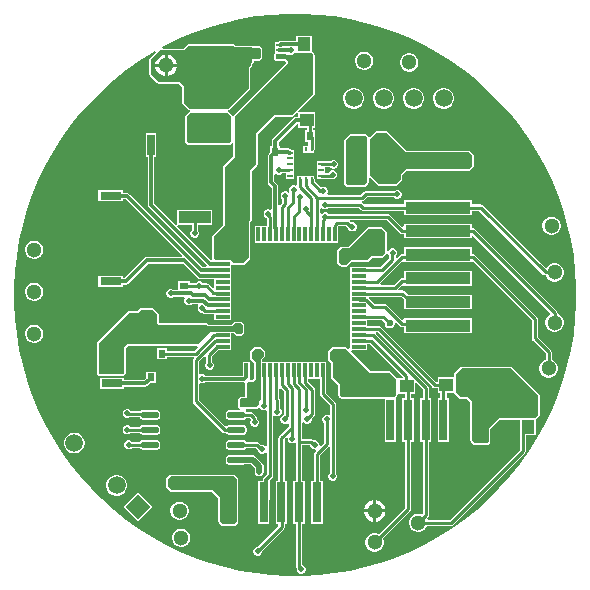
<source format=gtl>
%TF.GenerationSoftware,Altium Limited,Altium Designer,25.0.2 (28)*%
G04 Layer_Physical_Order=1*
G04 Layer_Color=255*
%FSLAX45Y45*%
%MOMM*%
%TF.SameCoordinates,35A56F3A-7D9F-4CF9-8D97-DF5CB8944ECC*%
%TF.FilePolarity,Positive*%
%TF.FileFunction,Copper,L1,Top,Signal*%
%TF.Part,Single*%
G01*
G75*
%TA.AperFunction,SMDPad,CuDef*%
%ADD10R,1.01600X2.69240*%
%ADD11R,1.15000X1.10000*%
%ADD12R,1.60020X2.38760*%
%ADD13R,0.71120X3.40360*%
%ADD14R,1.25000X2.00000*%
%ADD15R,0.70000X0.60000*%
%ADD16R,0.47500X0.24994*%
%ADD17R,0.24994X0.35000*%
G04:AMPARAMS|DCode=18|XSize=1.4986mm|YSize=0.5334mm|CornerRadius=0.13335mm|HoleSize=0mm|Usage=FLASHONLY|Rotation=0.000|XOffset=0mm|YOffset=0mm|HoleType=Round|Shape=RoundedRectangle|*
%AMROUNDEDRECTD18*
21,1,1.49860,0.26670,0,0,0.0*
21,1,1.23190,0.53340,0,0,0.0*
1,1,0.26670,0.61595,-0.13335*
1,1,0.26670,-0.61595,-0.13335*
1,1,0.26670,-0.61595,0.13335*
1,1,0.26670,0.61595,0.13335*
%
%ADD18ROUNDEDRECTD18*%
%ADD19R,1.10000X1.15000*%
%ADD20R,0.60000X0.70000*%
%ADD21R,2.69240X1.01600*%
%ADD22R,1.19380X0.30480*%
%ADD23R,0.30480X1.19380*%
%ADD24R,1.47000X1.16000*%
%ADD25R,5.51180X0.99060*%
%ADD26R,3.09880X1.70180*%
%ADD27R,1.09220X2.79400*%
%ADD28R,0.66040X1.80340*%
%ADD29R,1.80340X0.66040*%
%ADD30R,2.79400X1.09220*%
%ADD31R,0.50000X0.25000*%
%ADD32R,0.90000X1.60000*%
%ADD33R,1.39000X1.40000*%
%ADD34R,3.36000X4.86000*%
%TA.AperFunction,Conductor*%
%ADD35C,0.25400*%
%ADD36C,0.50800*%
%ADD37C,0.30000*%
%ADD38C,0.35000*%
%TA.AperFunction,ComponentPad*%
%ADD39C,1.30000*%
%ADD40P,2.12132X4X180.0*%
%ADD41C,1.50000*%
%ADD42R,1.50000X1.50000*%
%TA.AperFunction,ViaPad*%
%ADD43C,0.50800*%
%ADD44C,0.60000*%
G36*
X10680700Y9575800D02*
Y9245600D01*
X10502900Y9067800D01*
X10350500D01*
X10198100Y8915400D01*
Y8648700D01*
X10147300Y8597900D01*
Y8178800D01*
X10134600Y8166100D01*
Y7861300D01*
X10083800Y7810500D01*
X10007600D01*
X9987590Y7830510D01*
Y7833240D01*
X9984860D01*
X9982200Y7835900D01*
X9855200D01*
X9842500Y7848600D01*
Y8039100D01*
X9931400Y8128000D01*
Y8623300D01*
X10020300Y8712200D01*
Y9055100D01*
X10464800Y9499600D01*
Y9525000D01*
X10452292Y9537508D01*
X10450580Y9539696D01*
X10368971D01*
X10363200Y9545467D01*
Y9575647D01*
X10369587Y9582150D01*
X10452100D01*
X10458450Y9575800D01*
X10505982D01*
X10518682Y9588500D01*
X10668000D01*
X10680700Y9575800D01*
D02*
G37*
G36*
X10020300Y9639300D02*
X10167000D01*
Y9638300D01*
X10224500D01*
X10236200Y9626600D01*
Y9550400D01*
X10224500Y9538700D01*
X10167000D01*
Y9519300D01*
X10153650Y9505950D01*
Y9493250D01*
X10134600Y9474200D01*
Y9296400D01*
X9956800Y9118600D01*
X9639300D01*
X9588500Y9169400D01*
Y9309100D01*
X9550400Y9347200D01*
X9372600D01*
X9309100Y9410700D01*
Y9537700D01*
X9385300Y9613900D01*
X9588500D01*
X9626600Y9652000D01*
X10007600D01*
X10020300Y9639300D01*
D02*
G37*
G36*
X9982200Y9055100D02*
Y8839200D01*
X9969500Y8826500D01*
X9626600D01*
X9613900Y8839200D01*
Y9055100D01*
X9639300Y9080500D01*
X9956800D01*
X9982200Y9055100D01*
D02*
G37*
G36*
X10728388Y9915922D02*
X10861076Y9900972D01*
X10992723Y9878604D01*
X11122906Y9848891D01*
X11251214Y9811926D01*
X11377254Y9767822D01*
X11500620Y9716723D01*
X11620927Y9658785D01*
X11737796Y9594194D01*
X11850863Y9523150D01*
X11959761Y9445882D01*
X12064162Y9362625D01*
X12163724Y9273651D01*
X12258149Y9179227D01*
X12347123Y9079664D01*
X12430382Y8975261D01*
X12507653Y8866358D01*
X12578694Y8753296D01*
X12643286Y8636426D01*
X12701221Y8516122D01*
X12752322Y8392754D01*
X12796426Y8266714D01*
X12833391Y8138405D01*
X12863104Y8008223D01*
X12885472Y7876575D01*
X12900423Y7743888D01*
X12907909Y7610564D01*
Y7543800D01*
Y7477036D01*
X12900423Y7343712D01*
X12885472Y7211024D01*
X12863104Y7079377D01*
X12833391Y6949194D01*
X12796426Y6820886D01*
X12752322Y6694845D01*
X12701223Y6571480D01*
X12643285Y6451173D01*
X12578694Y6334304D01*
X12507650Y6221237D01*
X12430382Y6112338D01*
X12347125Y6007938D01*
X12258151Y5908376D01*
X12163727Y5813951D01*
X12064164Y5724977D01*
X11959761Y5641718D01*
X11850858Y5564447D01*
X11737796Y5493406D01*
X11620926Y5428814D01*
X11500622Y5370878D01*
X11377254Y5319778D01*
X11251214Y5275674D01*
X11122905Y5238709D01*
X10992723Y5208996D01*
X10861075Y5186628D01*
X10728388Y5171678D01*
X10595064Y5164191D01*
X10461536D01*
X10328212Y5171678D01*
X10195524Y5186628D01*
X10063877Y5208996D01*
X9933694Y5238709D01*
X9805386Y5275674D01*
X9679345Y5319778D01*
X9555980Y5370877D01*
X9435673Y5428814D01*
X9318804Y5493406D01*
X9205737Y5564450D01*
X9096838Y5641718D01*
X8992438Y5724975D01*
X8892876Y5813948D01*
X8798451Y5908373D01*
X8709477Y6007935D01*
X8626218Y6112338D01*
X8548947Y6221241D01*
X8477906Y6334304D01*
X8413314Y6451174D01*
X8355378Y6571478D01*
X8304278Y6694845D01*
X8260174Y6820886D01*
X8223209Y6949195D01*
X8193496Y7079377D01*
X8171128Y7211025D01*
X8156178Y7343712D01*
X8148691Y7477036D01*
Y7543800D01*
Y7610564D01*
X8156178Y7743888D01*
X8171128Y7876576D01*
X8193496Y8008223D01*
X8223209Y8138406D01*
X8260174Y8266714D01*
X8304278Y8392754D01*
X8355377Y8516120D01*
X8413314Y8636427D01*
X8477906Y8753296D01*
X8548950Y8866363D01*
X8626218Y8975261D01*
X8709475Y9079662D01*
X8798448Y9179224D01*
X8892873Y9273649D01*
X8992435Y9362623D01*
X9096838Y9445882D01*
X9205741Y9523153D01*
X9318804Y9594194D01*
X9339794Y9605795D01*
X9347506Y9595547D01*
X9299380Y9547420D01*
X9295353Y9537700D01*
X9295354Y9537699D01*
Y9410700D01*
X9299380Y9400980D01*
X9299380Y9400979D01*
X9362880Y9337480D01*
X9372600Y9333453D01*
X9372601Y9333454D01*
X9544706D01*
X9574754Y9303406D01*
Y9169401D01*
X9574753Y9169400D01*
X9578779Y9159679D01*
X9578781Y9159679D01*
X9629580Y9108880D01*
X9636580Y9105980D01*
Y9093120D01*
X9629580Y9090220D01*
X9629579Y9090220D01*
X9604180Y9064820D01*
X9600153Y9055100D01*
X9600154Y9055099D01*
Y8839201D01*
X9600153Y8839200D01*
X9604179Y8829479D01*
X9604181Y8829479D01*
X9616880Y8816780D01*
X9626600Y8812753D01*
X9626601Y8812754D01*
X9969499D01*
X9969500Y8812753D01*
X9979221Y8816779D01*
X9979221Y8816781D01*
X9991920Y8829480D01*
X9993854Y8834146D01*
X10006554Y8831620D01*
Y8717894D01*
X9921680Y8633020D01*
X9917653Y8623300D01*
X9917654Y8623299D01*
Y8133694D01*
X9832780Y8048820D01*
X9828753Y8039100D01*
X9828754Y8039099D01*
Y7848601D01*
X9828753Y7848600D01*
X9817474Y7842642D01*
X9812895Y7841947D01*
X9528888Y8125954D01*
X9534643Y8138159D01*
X9540890Y8138160D01*
X9651502D01*
Y8092484D01*
X9645100Y8086082D01*
X9639300Y8072079D01*
Y8056921D01*
X9645100Y8042918D01*
X9655818Y8032200D01*
X9669821Y8026400D01*
X9684979D01*
X9698982Y8032200D01*
X9709700Y8042918D01*
X9715500Y8056921D01*
Y8072079D01*
X9709700Y8086082D01*
X9703298Y8092484D01*
Y8138160D01*
X9824720D01*
Y8265160D01*
X9530080D01*
Y8149868D01*
X9530079Y8142723D01*
X9517874Y8136968D01*
X9336343Y8318499D01*
Y8707120D01*
X9353820D01*
Y8912860D01*
X9262380D01*
Y8707120D01*
X9279857D01*
Y8306802D01*
X9279857Y8306800D01*
X9282007Y8295992D01*
X9288129Y8286830D01*
X9778716Y7796243D01*
X9773455Y7783543D01*
X9744299D01*
X9125871Y8401971D01*
X9116708Y8408093D01*
X9105900Y8410243D01*
X9105899Y8410243D01*
X9069070D01*
Y8427720D01*
X8863330D01*
Y8336280D01*
X9069070D01*
Y8353757D01*
X9094201D01*
X9572082Y7875876D01*
X9567222Y7864143D01*
X9271000D01*
X9260192Y7861993D01*
X9251029Y7855871D01*
X9251029Y7855870D01*
X9081770Y7686612D01*
X9069070Y7686992D01*
Y7703820D01*
X8863330D01*
Y7612380D01*
X9069070D01*
Y7629857D01*
X9093199D01*
X9093200Y7629857D01*
X9104008Y7632007D01*
X9113171Y7638129D01*
X9282698Y7807657D01*
X9579915D01*
X9702241Y7685331D01*
X9702241Y7685330D01*
X9711404Y7679208D01*
X9722212Y7677058D01*
X9722213Y7677058D01*
X9842810D01*
Y7603581D01*
X9831077Y7598721D01*
X9796345Y7633453D01*
X9787944Y7639067D01*
X9778033Y7641038D01*
X9748025D01*
X9747800Y7641582D01*
X9737082Y7652300D01*
X9723079Y7658100D01*
X9707921D01*
X9693918Y7652300D01*
X9687516Y7645898D01*
X9636200D01*
Y7662700D01*
X9540800D01*
Y7584743D01*
X9499839D01*
X9495782Y7588800D01*
X9481779Y7594600D01*
X9466621D01*
X9452618Y7588800D01*
X9441900Y7578082D01*
X9436100Y7564079D01*
Y7548921D01*
X9441900Y7534918D01*
X9452618Y7524200D01*
X9466621Y7518400D01*
X9481779D01*
X9495782Y7524200D01*
X9499839Y7528257D01*
X9590015D01*
X9595276Y7515557D01*
X9594300Y7514582D01*
X9588500Y7500579D01*
Y7485421D01*
X9594300Y7471418D01*
X9605018Y7460700D01*
X9619021Y7454900D01*
X9634179D01*
X9648182Y7460700D01*
X9652239Y7464757D01*
X9704315D01*
X9709576Y7452057D01*
X9708600Y7451082D01*
X9702800Y7437079D01*
Y7421921D01*
X9708600Y7407918D01*
X9719318Y7397200D01*
X9733321Y7391400D01*
X9742375D01*
X9746788Y7386988D01*
X9755190Y7381374D01*
X9765100Y7379402D01*
X9842810D01*
Y7327360D01*
X9987590D01*
Y7377360D01*
Y7477360D01*
Y7577360D01*
Y7677360D01*
Y7794476D01*
X10000290Y7799781D01*
X10007600Y7796753D01*
X10007601Y7796754D01*
X10083799D01*
X10083800Y7796753D01*
X10093521Y7800779D01*
X10093521Y7800781D01*
X10144320Y7851580D01*
X10148347Y7861300D01*
X10148346Y7861301D01*
Y8160406D01*
X10157020Y8169080D01*
X10161047Y8178800D01*
X10161046Y8178801D01*
Y8592206D01*
X10207820Y8638980D01*
X10211847Y8648700D01*
X10211846Y8648701D01*
Y8909706D01*
X10356194Y9054054D01*
X10502900D01*
X10512620Y9058080D01*
X10512621Y9058080D01*
X10543595Y9089055D01*
X10555899Y9083398D01*
X10555900Y9077347D01*
Y9048643D01*
X10531700D01*
X10520892Y9046493D01*
X10511729Y9040371D01*
X10511729Y9040370D01*
X10341618Y8870260D01*
X10335496Y8861097D01*
X10333346Y8850289D01*
X10333346Y8850288D01*
Y8804932D01*
X10318889D01*
Y8753388D01*
X10305129Y8739629D01*
X10299007Y8730466D01*
X10296857Y8719658D01*
X10296857Y8719657D01*
Y8496301D01*
X10296857Y8496300D01*
X10299007Y8485492D01*
X10305129Y8476329D01*
X10329897Y8451561D01*
Y8269878D01*
X10317197Y8263592D01*
X10307279Y8267700D01*
X10292121D01*
X10278118Y8261900D01*
X10267400Y8251182D01*
X10261600Y8237179D01*
Y8222021D01*
X10267400Y8208018D01*
X10278118Y8197300D01*
X10285897Y8194078D01*
X10289303Y8190673D01*
Y8127690D01*
X10187260D01*
Y7982910D01*
X10893140D01*
Y8127502D01*
X10955804D01*
X10972534Y8110772D01*
X10978116Y8097296D01*
X10988834Y8086578D01*
X11002837Y8080778D01*
X11017994D01*
X11031997Y8086578D01*
X11042715Y8097296D01*
X11048516Y8111299D01*
Y8126456D01*
X11042715Y8140460D01*
X11031997Y8151178D01*
X11017994Y8156978D01*
X11002837D01*
X11000532Y8156023D01*
X10990953Y8165602D01*
X10996214Y8178302D01*
X11304973D01*
X11417677Y8065599D01*
X11426078Y8059985D01*
X11435989Y8058014D01*
X11446510D01*
Y8021270D01*
X12023090D01*
Y8040492D01*
X12034823Y8045352D01*
X12326149Y7754026D01*
X12326150Y7754025D01*
X12688338Y7391837D01*
X12686248Y7375966D01*
X12677691Y7371025D01*
X12663225Y7356559D01*
X12652995Y7338841D01*
X12647700Y7319079D01*
Y7298621D01*
X12652995Y7278859D01*
X12663225Y7261141D01*
X12677691Y7246675D01*
X12695409Y7236445D01*
X12715171Y7231150D01*
X12735629D01*
X12755391Y7236445D01*
X12773109Y7246675D01*
X12787575Y7261141D01*
X12797805Y7278859D01*
X12803101Y7298621D01*
Y7319079D01*
X12797805Y7338841D01*
X12787575Y7356559D01*
X12773109Y7371025D01*
X12755391Y7381255D01*
X12751298Y7382352D01*
Y7391400D01*
X12749326Y7401310D01*
X12743712Y7409712D01*
X12362775Y7790650D01*
X12362774Y7790650D01*
X12051923Y8101501D01*
X12043522Y8107115D01*
X12033611Y8109087D01*
X12023090D01*
Y8145730D01*
X11446510D01*
Y8126609D01*
X11434777Y8121748D01*
X11334013Y8222512D01*
X11325611Y8228126D01*
X11315700Y8230098D01*
X10810284D01*
X10803882Y8236500D01*
X10789879Y8242300D01*
X10774721D01*
X10760718Y8236500D01*
X10753798Y8229579D01*
X10741098Y8234840D01*
Y8275160D01*
X10753798Y8280421D01*
X10760718Y8273500D01*
X10774721Y8267700D01*
X10789879D01*
X10803882Y8273500D01*
X10810284Y8279902D01*
X11069895D01*
X11084610Y8265187D01*
X11093012Y8259574D01*
X11102922Y8257602D01*
X11446510D01*
Y8221270D01*
X12023090D01*
Y8257602D01*
X12089273D01*
X12630888Y7715988D01*
X12639289Y7710374D01*
X12649200Y7708402D01*
X12651898D01*
X12652995Y7704309D01*
X12663225Y7686591D01*
X12677691Y7672125D01*
X12695409Y7661895D01*
X12715171Y7656600D01*
X12735629D01*
X12755391Y7661895D01*
X12773109Y7672125D01*
X12787575Y7686591D01*
X12797805Y7704309D01*
X12803101Y7724071D01*
Y7744529D01*
X12797805Y7764291D01*
X12787575Y7782009D01*
X12773109Y7796475D01*
X12755391Y7806705D01*
X12735629Y7812000D01*
X12715171D01*
X12695409Y7806705D01*
X12677691Y7796475D01*
X12663225Y7782009D01*
X12659250Y7775124D01*
X12646658Y7773467D01*
X12118313Y8301812D01*
X12109911Y8307426D01*
X12100000Y8309397D01*
X12023090D01*
Y8345730D01*
X11446510D01*
Y8309397D01*
X11113650D01*
X11098935Y8324112D01*
X11094866Y8326831D01*
X11095474Y8334098D01*
X11098078Y8339959D01*
X11105839Y8341502D01*
X11114241Y8347116D01*
X11135927Y8368802D01*
X11363916D01*
X11370318Y8362400D01*
X11384321Y8356600D01*
X11399479D01*
X11413482Y8362400D01*
X11424200Y8373118D01*
X11430000Y8387121D01*
Y8402279D01*
X11424200Y8416282D01*
X11413482Y8427000D01*
X11399479Y8432800D01*
X11384321D01*
X11370318Y8427000D01*
X11363916Y8420598D01*
X11125200D01*
X11115289Y8418626D01*
X11106888Y8413012D01*
X11085202Y8391326D01*
X10808120D01*
X10801427Y8404027D01*
X10805247Y8413250D01*
Y8428407D01*
X10799447Y8442411D01*
X10788729Y8453128D01*
X10774726Y8458929D01*
X10759569D01*
X10747143Y8453782D01*
X10693110Y8507815D01*
Y8521205D01*
X10692409Y8524728D01*
Y8551405D01*
X10541991D01*
Y8524728D01*
X10541290Y8521205D01*
Y8477145D01*
X10528590Y8468659D01*
X10523179Y8470900D01*
X10508021D01*
X10494018Y8465100D01*
X10483300Y8454382D01*
X10477500Y8440379D01*
Y8425221D01*
X10480766Y8417335D01*
X10470000Y8410141D01*
X10465842Y8414300D01*
X10451838Y8420100D01*
X10436681D01*
X10422678Y8414300D01*
X10411960Y8403582D01*
X10406160Y8389579D01*
Y8374421D01*
X10411960Y8360418D01*
X10418362Y8354016D01*
Y8324068D01*
X10399083Y8304789D01*
X10390545Y8306876D01*
X10386383Y8309686D01*
Y8463260D01*
X10384233Y8474068D01*
X10378111Y8483231D01*
X10378110Y8483231D01*
X10353343Y8507999D01*
Y8561315D01*
X10366043Y8566576D01*
X10367018Y8565600D01*
X10381021Y8559800D01*
X10396179D01*
X10410182Y8565600D01*
X10417168Y8572587D01*
X10449495D01*
Y8523478D01*
X10522396D01*
Y8573491D01*
Y8673516D01*
Y8773922D01*
X10498095D01*
X10496753Y8774818D01*
X10487009Y8776756D01*
X10486563Y8777203D01*
X10477400Y8783325D01*
X10466592Y8785475D01*
X10466591Y8785475D01*
X10404289D01*
Y8804932D01*
X10389832D01*
Y8838590D01*
X10543200Y8991959D01*
X10555900Y8991677D01*
Y8952700D01*
X10628023D01*
Y8937700D01*
X10613400D01*
Y8842300D01*
X10641315D01*
Y8806395D01*
X10592003D01*
Y8745995D01*
X10692409D01*
Y8772672D01*
X10693110Y8776195D01*
Y8842300D01*
X10698800D01*
Y8937700D01*
X10679819D01*
Y8952700D01*
X10696300D01*
Y9088100D01*
X10567539D01*
X10560601Y9088100D01*
X10554945Y9100404D01*
X10690420Y9235880D01*
X10694447Y9245600D01*
X10694446Y9245601D01*
Y9575799D01*
X10694447Y9575800D01*
X10690421Y9585521D01*
X10690419Y9585521D01*
X10677720Y9598220D01*
X10670500Y9601211D01*
Y9737200D01*
X10535101D01*
Y9695243D01*
X10410301D01*
X10399493Y9693093D01*
X10393648Y9689188D01*
X10391192Y9688700D01*
X10357000D01*
Y9588952D01*
X10353392Y9585278D01*
X10351447Y9580459D01*
X10349454Y9575647D01*
Y9545468D01*
X10349453Y9545467D01*
X10353480Y9535747D01*
X10359251Y9529976D01*
X10368971Y9525950D01*
X10368971Y9525950D01*
X10444410D01*
X10451054Y9519306D01*
Y9505294D01*
X10010580Y9064820D01*
X10007680Y9057820D01*
X9994820D01*
X9991920Y9064820D01*
X9991920Y9064821D01*
X9966520Y9090220D01*
X9959520Y9093120D01*
Y9105980D01*
X9966520Y9108880D01*
X9966521Y9108880D01*
X10144320Y9286680D01*
X10148347Y9296400D01*
X10148346Y9296401D01*
Y9468506D01*
X10163370Y9483530D01*
X10167397Y9493250D01*
X10167396Y9493251D01*
Y9500256D01*
X10176720Y9509580D01*
X10180747Y9519300D01*
X10191687Y9524953D01*
X10224500D01*
X10234220Y9528979D01*
X10234220Y9528980D01*
X10245920Y9540680D01*
X10249947Y9550400D01*
X10249946Y9550401D01*
Y9626598D01*
X10249947Y9626599D01*
X10245921Y9636321D01*
X10245919Y9636321D01*
X10234221Y9648019D01*
X10234221Y9648021D01*
X10224500Y9652047D01*
X10224499Y9652046D01*
X10169414D01*
X10167000Y9653046D01*
X10025994D01*
X10017320Y9661720D01*
X10007600Y9665747D01*
X10007599Y9665746D01*
X9626601D01*
X9626600Y9665747D01*
X9616880Y9661720D01*
X9582806Y9627646D01*
X9405586D01*
X9402310Y9640346D01*
X9435674Y9658786D01*
X9555978Y9716721D01*
X9679345Y9767822D01*
X9805386Y9811926D01*
X9933695Y9848891D01*
X10063877Y9878604D01*
X10195525Y9900972D01*
X10328211Y9915922D01*
X10461536Y9923409D01*
X10595064D01*
X10728388Y9915922D01*
D02*
G37*
%LPC*%
G36*
X9448800Y9577086D02*
Y9499600D01*
X9526286D01*
X9520339Y9521793D01*
X9508438Y9542407D01*
X9491607Y9559238D01*
X9470993Y9571139D01*
X9448800Y9577086D01*
D02*
G37*
G36*
X9423400D02*
X9401207Y9571139D01*
X9380593Y9559238D01*
X9363762Y9542407D01*
X9351861Y9521793D01*
X9345914Y9499600D01*
X9423400D01*
Y9577086D01*
D02*
G37*
G36*
X9526286Y9474200D02*
X9448800D01*
Y9396714D01*
X9470993Y9402661D01*
X9491607Y9414562D01*
X9508438Y9431393D01*
X9520339Y9452007D01*
X9526286Y9474200D01*
D02*
G37*
G36*
X9423400D02*
X9345914D01*
X9351861Y9452007D01*
X9363762Y9431393D01*
X9380593Y9414562D01*
X9401207Y9402661D01*
X9423400Y9396714D01*
Y9474200D01*
D02*
G37*
G36*
X11122729Y9602700D02*
X11102271D01*
X11082509Y9597405D01*
X11064791Y9587175D01*
X11050325Y9572709D01*
X11040095Y9554991D01*
X11034800Y9535229D01*
Y9514771D01*
X11040095Y9495009D01*
X11050325Y9477291D01*
X11064791Y9462825D01*
X11082509Y9452595D01*
X11102271Y9447300D01*
X11122729D01*
X11142491Y9452595D01*
X11160209Y9462825D01*
X11174675Y9477291D01*
X11184905Y9495009D01*
X11190200Y9514771D01*
Y9535229D01*
X11184905Y9554991D01*
X11174675Y9572709D01*
X11160209Y9587175D01*
X11142491Y9597405D01*
X11122729Y9602700D01*
D02*
G37*
G36*
X11503729Y9590000D02*
X11483271D01*
X11463509Y9584705D01*
X11445791Y9574475D01*
X11431325Y9560009D01*
X11421095Y9542291D01*
X11415800Y9522529D01*
Y9502071D01*
X11421095Y9482309D01*
X11431325Y9464591D01*
X11445791Y9450125D01*
X11463509Y9439895D01*
X11483271Y9434600D01*
X11503729D01*
X11523491Y9439895D01*
X11541209Y9450125D01*
X11555675Y9464591D01*
X11565905Y9482309D01*
X11571200Y9502071D01*
Y9522529D01*
X11565905Y9542291D01*
X11555675Y9560009D01*
X11541209Y9574475D01*
X11523491Y9584705D01*
X11503729Y9590000D01*
D02*
G37*
G36*
X11797146Y9295200D02*
X11774054D01*
X11751749Y9289223D01*
X11731751Y9277677D01*
X11715423Y9261349D01*
X11703877Y9241351D01*
X11697900Y9219046D01*
Y9195954D01*
X11703877Y9173649D01*
X11715423Y9153651D01*
X11731751Y9137323D01*
X11751749Y9125777D01*
X11774054Y9119800D01*
X11797146D01*
X11819451Y9125777D01*
X11839449Y9137323D01*
X11855777Y9153651D01*
X11867323Y9173649D01*
X11873300Y9195954D01*
Y9219046D01*
X11867323Y9241351D01*
X11855777Y9261349D01*
X11839449Y9277677D01*
X11819451Y9289223D01*
X11797146Y9295200D01*
D02*
G37*
G36*
X11543146D02*
X11520054D01*
X11497749Y9289223D01*
X11477751Y9277677D01*
X11461423Y9261349D01*
X11449877Y9241351D01*
X11443900Y9219046D01*
Y9195954D01*
X11449877Y9173649D01*
X11461423Y9153651D01*
X11477751Y9137323D01*
X11497749Y9125777D01*
X11520054Y9119800D01*
X11543146D01*
X11565451Y9125777D01*
X11585449Y9137323D01*
X11601777Y9153651D01*
X11613323Y9173649D01*
X11619300Y9195954D01*
Y9219046D01*
X11613323Y9241351D01*
X11601777Y9261349D01*
X11585449Y9277677D01*
X11565451Y9289223D01*
X11543146Y9295200D01*
D02*
G37*
G36*
X11289146D02*
X11266054D01*
X11243749Y9289223D01*
X11223751Y9277677D01*
X11207423Y9261349D01*
X11195877Y9241351D01*
X11189900Y9219046D01*
Y9195954D01*
X11195877Y9173649D01*
X11207423Y9153651D01*
X11223751Y9137323D01*
X11243749Y9125777D01*
X11266054Y9119800D01*
X11289146D01*
X11311451Y9125777D01*
X11331449Y9137323D01*
X11347777Y9153651D01*
X11359323Y9173649D01*
X11365300Y9195954D01*
Y9219046D01*
X11359323Y9241351D01*
X11347777Y9261349D01*
X11331449Y9277677D01*
X11311451Y9289223D01*
X11289146Y9295200D01*
D02*
G37*
G36*
X11035146D02*
X11012054D01*
X10989749Y9289223D01*
X10969751Y9277677D01*
X10953423Y9261349D01*
X10941877Y9241351D01*
X10935900Y9219046D01*
Y9195954D01*
X10941877Y9173649D01*
X10953423Y9153651D01*
X10969751Y9137323D01*
X10989749Y9125777D01*
X11012054Y9119800D01*
X11035146D01*
X11057451Y9125777D01*
X11077449Y9137323D01*
X11093777Y9153651D01*
X11105323Y9173649D01*
X11111300Y9195954D01*
Y9219046D01*
X11105323Y9241351D01*
X11093777Y9261349D01*
X11077449Y9277677D01*
X11057451Y9289223D01*
X11035146Y9295200D01*
D02*
G37*
G36*
X11214100Y8929147D02*
X11204379Y8925121D01*
Y8925120D01*
X11162806Y8883546D01*
X11154090Y8883937D01*
X11147825Y8886526D01*
X11147621Y8887021D01*
X11147620D01*
X11134920Y8899720D01*
X11125200Y8903747D01*
X11125199Y8903746D01*
X10998201D01*
X10998200Y8903747D01*
X10988480Y8899720D01*
X10950380Y8861620D01*
X10946353Y8851900D01*
X10946354Y8851899D01*
Y8483601D01*
X10946353Y8483600D01*
X10950379Y8473879D01*
X10950381Y8473879D01*
X10963080Y8461180D01*
X10972800Y8457153D01*
X10972801Y8457154D01*
X11112500D01*
X11122220Y8461180D01*
X11122221Y8461180D01*
X11147620Y8486580D01*
X11151647Y8496300D01*
X11151646Y8496301D01*
Y8534052D01*
X11164346Y8539313D01*
X11229780Y8473880D01*
X11239500Y8469853D01*
X11239501Y8469854D01*
X11379200D01*
X11388920Y8473880D01*
X11388921Y8473880D01*
X11391020Y8475980D01*
X11391900D01*
Y8476860D01*
X11433370Y8518330D01*
X11437397Y8528050D01*
X11437396Y8528051D01*
Y8560456D01*
X11473794Y8596854D01*
X12001500D01*
X12011220Y8600880D01*
X12011221Y8600880D01*
X12036620Y8626280D01*
X12040647Y8636000D01*
X12040646Y8636001D01*
Y8724900D01*
X12036620Y8734620D01*
X12036620Y8734621D01*
X12011220Y8760020D01*
X12001500Y8764047D01*
X12001499Y8764046D01*
X11473794D01*
X11312720Y8925120D01*
X11303000Y8929147D01*
X11302999Y8929146D01*
X11214101D01*
X11214100Y8929147D01*
D02*
G37*
G36*
X10861479Y8686800D02*
X10846321D01*
X10832318Y8681000D01*
X10825916Y8674598D01*
X10748454D01*
X10744931Y8673897D01*
X10712004D01*
Y8623503D01*
Y8523478D01*
X10744931D01*
X10748454Y8522777D01*
X10827802D01*
X10833084Y8523828D01*
X10838221Y8521700D01*
X10853379D01*
X10867382Y8527500D01*
X10878100Y8538218D01*
X10883900Y8552221D01*
Y8567379D01*
X10878100Y8581382D01*
X10867382Y8592100D01*
X10853379Y8597900D01*
X10838221D01*
X10824218Y8592100D01*
X10813500Y8581382D01*
X10810680Y8574572D01*
X10784905D01*
Y8622802D01*
X10825916D01*
X10832318Y8616400D01*
X10846321Y8610600D01*
X10861479D01*
X10875482Y8616400D01*
X10886200Y8627118D01*
X10892000Y8641121D01*
Y8656279D01*
X10886200Y8670282D01*
X10875482Y8681000D01*
X10861479Y8686800D01*
D02*
G37*
G36*
X12710229Y8205700D02*
X12689771D01*
X12670009Y8200405D01*
X12652291Y8190175D01*
X12637825Y8175709D01*
X12627595Y8157991D01*
X12622300Y8138229D01*
Y8117771D01*
X12627595Y8098009D01*
X12637825Y8080291D01*
X12652291Y8065825D01*
X12670009Y8055595D01*
X12689771Y8050300D01*
X12710229D01*
X12729991Y8055595D01*
X12747709Y8065825D01*
X12762175Y8080291D01*
X12772405Y8098009D01*
X12777700Y8117771D01*
Y8138229D01*
X12772405Y8157991D01*
X12762175Y8175709D01*
X12747709Y8190175D01*
X12729991Y8200405D01*
X12710229Y8205700D01*
D02*
G37*
G36*
X8328729Y8002500D02*
X8308271D01*
X8288509Y7997205D01*
X8270791Y7986975D01*
X8256325Y7972509D01*
X8246095Y7954791D01*
X8240800Y7935029D01*
Y7914571D01*
X8246095Y7894809D01*
X8256325Y7877091D01*
X8270791Y7862625D01*
X8288509Y7852395D01*
X8308271Y7847100D01*
X8328729D01*
X8348491Y7852395D01*
X8366209Y7862625D01*
X8380675Y7877091D01*
X8390905Y7894809D01*
X8396200Y7914571D01*
Y7935029D01*
X8390905Y7954791D01*
X8380675Y7972509D01*
X8366209Y7986975D01*
X8348491Y7997205D01*
X8328729Y8002500D01*
D02*
G37*
G36*
Y7646900D02*
X8308271D01*
X8288509Y7641605D01*
X8270791Y7631375D01*
X8256325Y7616909D01*
X8246095Y7599191D01*
X8240800Y7579429D01*
Y7558971D01*
X8246095Y7539209D01*
X8256325Y7521491D01*
X8270791Y7507025D01*
X8288509Y7496795D01*
X8308271Y7491500D01*
X8328729D01*
X8348491Y7496795D01*
X8366209Y7507025D01*
X8380675Y7521491D01*
X8390905Y7539209D01*
X8396200Y7558971D01*
Y7579429D01*
X8390905Y7599191D01*
X8380675Y7616909D01*
X8366209Y7631375D01*
X8348491Y7641605D01*
X8328729Y7646900D01*
D02*
G37*
G36*
X9321800Y7430547D02*
X9321799Y7430546D01*
X9220200D01*
X9210480Y7426520D01*
X9210479Y7426520D01*
X9189106Y7405146D01*
X9118601D01*
X9118600Y7405147D01*
X9108879Y7401121D01*
X9108879Y7401119D01*
X8854880Y7147120D01*
X8850853Y7137400D01*
X8850854Y7137399D01*
Y6883401D01*
X8850853Y6883400D01*
X8854879Y6873679D01*
X8854881Y6873679D01*
X8867580Y6860980D01*
X8877300Y6856953D01*
X8877301Y6856954D01*
X9067799D01*
X9067800Y6856953D01*
X9077521Y6860979D01*
X9077521Y6860981D01*
X9090220Y6873680D01*
X9094247Y6883400D01*
X9094246Y6883401D01*
Y7093606D01*
X9111594Y7110954D01*
X9697968D01*
X9703532Y7098557D01*
X9677773Y7072798D01*
X9446800D01*
Y7094600D01*
X9361400D01*
Y6999200D01*
X9446800D01*
Y7021002D01*
X9666966D01*
X9669566Y7014727D01*
X9671079Y7008302D01*
X9666174Y7000961D01*
X9664202Y6991051D01*
Y6642100D01*
X9666174Y6632189D01*
X9671788Y6623788D01*
X9913088Y6382488D01*
X9921489Y6376874D01*
X9931400Y6374902D01*
X9945947D01*
X9950095Y6368695D01*
X9958707Y6362941D01*
X9968865Y6360920D01*
X10092055D01*
X10102213Y6362941D01*
X10110825Y6368695D01*
X10116579Y6377307D01*
X10118600Y6387465D01*
Y6414135D01*
X10116579Y6424293D01*
X10110825Y6432905D01*
X10102213Y6438659D01*
X10092055Y6440680D01*
X9968865D01*
X9958707Y6438659D01*
X9950095Y6432905D01*
X9935335Y6433490D01*
X9715998Y6652827D01*
Y6787929D01*
X9728698Y6796415D01*
X9733321Y6794500D01*
X9748479D01*
X9762482Y6800300D01*
X9766539Y6804357D01*
X10097385D01*
X10097386Y6804357D01*
X10098589Y6804596D01*
X10107805Y6794867D01*
X10108154Y6793550D01*
Y6685894D01*
X10103506Y6681246D01*
X10071101D01*
X10071100Y6681247D01*
X10061379Y6677221D01*
X10061379Y6677219D01*
X10048680Y6664520D01*
X10044653Y6654800D01*
X10044654Y6654799D01*
Y6604001D01*
X10044653Y6604000D01*
X10048679Y6594279D01*
X10048681Y6594279D01*
X10061380Y6581580D01*
X10064276Y6580380D01*
X10061749Y6567680D01*
X9968865D01*
X9958707Y6565659D01*
X9950095Y6559905D01*
X9944341Y6551293D01*
X9942320Y6541135D01*
Y6514465D01*
X9944341Y6504307D01*
X9950095Y6495695D01*
X9958707Y6489941D01*
X9968865Y6487920D01*
X10092055D01*
X10102213Y6489941D01*
X10110825Y6495695D01*
X10114973Y6501902D01*
X10144819D01*
X10156824Y6489897D01*
Y6489606D01*
X10153100Y6485882D01*
X10147300Y6471879D01*
Y6456721D01*
X10153100Y6442718D01*
X10163818Y6432000D01*
X10177821Y6426200D01*
X10192979D01*
X10206982Y6432000D01*
X10217700Y6442718D01*
X10223500Y6456721D01*
Y6471879D01*
X10217700Y6485882D01*
X10208620Y6494962D01*
Y6500624D01*
X10206648Y6510535D01*
X10201034Y6518937D01*
X10173859Y6546112D01*
X10165457Y6551726D01*
X10155546Y6553698D01*
X10114973D01*
X10110825Y6559905D01*
X10110429Y6575422D01*
X10111987Y6577554D01*
X10198100D01*
X10207820Y6581580D01*
X10207821Y6581580D01*
X10213534Y6587294D01*
X10228515Y6584314D01*
X10229300Y6582418D01*
X10240018Y6571700D01*
X10254021Y6565900D01*
X10269179D01*
X10276602Y6568975D01*
X10289303Y6561227D01*
Y6267140D01*
X10276603Y6261879D01*
X10270482Y6268000D01*
X10256479Y6273800D01*
X10241321D01*
X10239017Y6272845D01*
X10220909Y6290953D01*
X10212507Y6296567D01*
X10202597Y6298538D01*
X10115748D01*
X10110825Y6305905D01*
X10102213Y6311659D01*
X10092055Y6313680D01*
X9968865D01*
X9958707Y6311659D01*
X9950095Y6305905D01*
X9944341Y6297293D01*
X9942320Y6287135D01*
Y6260465D01*
X9944341Y6250307D01*
X9950095Y6241695D01*
X9958707Y6235941D01*
X9968865Y6233920D01*
X10092055D01*
X10102213Y6235941D01*
X10110825Y6241695D01*
X10114198Y6246743D01*
X10191870D01*
X10211018Y6227594D01*
X10216600Y6214118D01*
X10227318Y6203400D01*
X10241321Y6197600D01*
X10256479D01*
X10270482Y6203400D01*
X10276603Y6209521D01*
X10289303Y6204260D01*
Y6023944D01*
X10263389Y5998031D01*
X10257267Y5988868D01*
X10255117Y5978060D01*
X10246771Y5969430D01*
X10214540D01*
Y5603670D01*
X10311060D01*
Y5804380D01*
X10311603Y5807110D01*
X10311603Y5807111D01*
Y5966361D01*
X10335171Y5989930D01*
X10341293Y5999092D01*
X10343443Y6009900D01*
X10341293Y6020708D01*
X10341098Y6021001D01*
Y6516160D01*
X10353798Y6521421D01*
X10354318Y6520900D01*
X10368321Y6515100D01*
X10383479D01*
X10397482Y6520900D01*
X10408200Y6531618D01*
X10414000Y6545621D01*
Y6560779D01*
X10408200Y6574782D01*
X10401798Y6581184D01*
Y6651463D01*
X10399826Y6661373D01*
X10394212Y6669775D01*
X10391098Y6672890D01*
Y6750117D01*
X10403798Y6755378D01*
X10430802Y6728373D01*
Y6527378D01*
X10417818Y6522000D01*
X10407100Y6511282D01*
X10401300Y6497279D01*
Y6482121D01*
X10407100Y6468118D01*
X10417818Y6457400D01*
X10431821Y6451600D01*
X10446979D01*
X10460982Y6457400D01*
X10473502Y6451960D01*
Y6431167D01*
X10394488Y6352152D01*
X10388874Y6343751D01*
X10386903Y6333840D01*
Y5969430D01*
X10364540D01*
Y5603670D01*
X10387502D01*
Y5585427D01*
X10212275Y5410200D01*
X10203221D01*
X10189218Y5404400D01*
X10178500Y5393682D01*
X10172700Y5379679D01*
Y5364521D01*
X10178500Y5350518D01*
X10189218Y5339800D01*
X10203221Y5334000D01*
X10218379D01*
X10232382Y5339800D01*
X10243100Y5350518D01*
X10248900Y5364521D01*
Y5373575D01*
X10431712Y5556388D01*
X10437326Y5564789D01*
X10439298Y5574700D01*
Y5603670D01*
X10461060D01*
Y5969430D01*
X10438698D01*
Y6323113D01*
X10453380Y6337795D01*
X10462320Y6333398D01*
X10464800Y6331255D01*
Y6317021D01*
X10470600Y6303018D01*
X10481318Y6292300D01*
X10495321Y6286500D01*
X10510479D01*
X10524482Y6292300D01*
X10536902Y6286760D01*
Y5969430D01*
X10514540D01*
Y5603670D01*
X10536902D01*
Y5242873D01*
X10538874Y5232963D01*
X10541640Y5228823D01*
X10541000Y5227279D01*
Y5212121D01*
X10546800Y5198118D01*
X10557518Y5187400D01*
X10571521Y5181600D01*
X10586679D01*
X10600682Y5187400D01*
X10611400Y5198118D01*
X10617200Y5212121D01*
Y5227279D01*
X10611400Y5241282D01*
X10600682Y5252000D01*
X10588698Y5256964D01*
Y5603670D01*
X10611060D01*
Y5969430D01*
X10588698D01*
Y6273302D01*
X10650494D01*
X10655300Y6268496D01*
Y6266221D01*
X10661100Y6252218D01*
X10671818Y6241500D01*
X10685821Y6235700D01*
X10696362D01*
X10702078Y6223455D01*
X10694488Y6215865D01*
X10688874Y6207463D01*
X10686902Y6197553D01*
Y5969430D01*
X10664540D01*
Y5603670D01*
X10761060D01*
Y5969430D01*
X10738698D01*
Y6186826D01*
X10811802Y6259930D01*
X10817978Y6258892D01*
X10824502Y6255328D01*
Y6039518D01*
X10824218Y6039400D01*
X10813500Y6028682D01*
X10807700Y6014679D01*
Y5999521D01*
X10813500Y5985518D01*
X10824218Y5974800D01*
X10838221Y5969000D01*
X10853379D01*
X10867382Y5974800D01*
X10878100Y5985518D01*
X10883900Y5999521D01*
Y6014679D01*
X10878100Y6028682D01*
X10876298Y6030484D01*
Y6619931D01*
X10874326Y6629842D01*
X10868712Y6638244D01*
X10791098Y6715859D01*
Y6832910D01*
X10793140D01*
Y6977690D01*
X10249946D01*
Y6998356D01*
X10271320Y7019730D01*
X10275347Y7029450D01*
X10275346Y7029451D01*
Y7061200D01*
X10271320Y7070920D01*
X10271320Y7070921D01*
X10245920Y7096320D01*
X10236200Y7100347D01*
X10236199Y7100346D01*
X10185400D01*
X10175680Y7096320D01*
X10175679Y7096320D01*
X10150280Y7070920D01*
X10146253Y7061200D01*
X10146254Y7061199D01*
Y7010401D01*
X10146253Y7010400D01*
X10150280Y7000680D01*
X10182990Y6967970D01*
X10183294Y6967844D01*
X10183420Y6967540D01*
X10183420Y6967540D01*
X10184354Y6966606D01*
Y6838294D01*
X10167006Y6820946D01*
X10144918D01*
X10143140Y6832910D01*
X10143140Y6833647D01*
Y6849857D01*
X10143203Y6850174D01*
X10143203Y6850175D01*
Y6904094D01*
X10143443Y6905300D01*
X10143140Y6906822D01*
Y6977690D01*
X10087260D01*
Y6907790D01*
X10086717Y6905060D01*
X10086717Y6905059D01*
Y6861872D01*
X10085687Y6860843D01*
X9766539D01*
X9762482Y6864900D01*
X9748479Y6870700D01*
X9733321D01*
X9728698Y6868785D01*
X9715998Y6877271D01*
Y6980324D01*
X9761173Y7025499D01*
X9773873Y7020239D01*
Y6970255D01*
X9772100Y6968482D01*
X9766300Y6954479D01*
Y6939321D01*
X9772100Y6925318D01*
X9782818Y6914600D01*
X9796821Y6908800D01*
X9811979D01*
X9825982Y6914600D01*
X9836700Y6925318D01*
X9842500Y6939321D01*
Y6954479D01*
X9836700Y6968482D01*
X9825982Y6979200D01*
X9825668Y6979329D01*
Y7023594D01*
X9879435Y7077360D01*
X9987590D01*
Y7127360D01*
Y7219494D01*
X10007666D01*
X10023280Y7203880D01*
X10033000Y7199853D01*
X10033001Y7199854D01*
X10071099D01*
X10071100Y7199853D01*
X10080821Y7203879D01*
X10080821Y7203881D01*
X10093520Y7216580D01*
X10097547Y7226300D01*
X10097546Y7226301D01*
Y7289799D01*
X10097547Y7289800D01*
X10093521Y7299521D01*
X10093519Y7299521D01*
X10080820Y7312220D01*
X10071100Y7316247D01*
X10071099Y7316246D01*
X10020300D01*
X10010580Y7312220D01*
X10010579Y7312220D01*
X9989206Y7290846D01*
X9797394D01*
X9788720Y7299520D01*
X9779000Y7303547D01*
X9778999Y7303546D01*
X9378294D01*
X9373646Y7308194D01*
Y7378699D01*
X9373647Y7378700D01*
X9369620Y7388420D01*
X9331520Y7426520D01*
X9321800Y7430547D01*
D02*
G37*
G36*
X8328729Y7291300D02*
X8308271D01*
X8288509Y7286005D01*
X8270791Y7275775D01*
X8256325Y7261309D01*
X8246095Y7243591D01*
X8240800Y7223829D01*
Y7203371D01*
X8246095Y7183609D01*
X8256325Y7165891D01*
X8270791Y7151425D01*
X8288509Y7141195D01*
X8308271Y7135900D01*
X8328729D01*
X8348491Y7141195D01*
X8366209Y7151425D01*
X8380675Y7165891D01*
X8390905Y7183609D01*
X8396200Y7203371D01*
Y7223829D01*
X8390905Y7243591D01*
X8380675Y7261309D01*
X8366209Y7275775D01*
X8348491Y7286005D01*
X8328729Y7291300D01*
D02*
G37*
G36*
X11150600Y8116347D02*
X11140879Y8112321D01*
Y8112320D01*
X10979806Y7951246D01*
X10922000D01*
X10912280Y7947220D01*
X10912279Y7947220D01*
X10886880Y7921820D01*
X10882853Y7912100D01*
X10882854Y7912099D01*
Y7823200D01*
X10886880Y7813480D01*
X10886880Y7813479D01*
X10912280Y7788080D01*
X10922000Y7784053D01*
X10922001Y7784054D01*
X10960099D01*
X10960100Y7784053D01*
X10969820Y7788080D01*
X11002530Y7820790D01*
X11003095Y7822153D01*
X11137899Y7822154D01*
X11137900Y7822153D01*
X11147620Y7826180D01*
X11181694Y7860254D01*
X11264900D01*
X11274620Y7864280D01*
X11274621Y7864280D01*
X11300020Y7889680D01*
X11303000Y7896873D01*
X11315700Y7894347D01*
Y7891821D01*
X11321282Y7878345D01*
Y7853386D01*
X11249094Y7781198D01*
X11137590D01*
Y7783240D01*
X10992810D01*
Y7677360D01*
Y7577360D01*
Y7477360D01*
Y7377360D01*
Y7277360D01*
Y7177360D01*
Y7091291D01*
X10980110Y7086031D01*
X10969820Y7096320D01*
X10960100Y7100347D01*
X10960099Y7100346D01*
X10845800D01*
X10836080Y7096320D01*
X10836079Y7096320D01*
X10810680Y7070920D01*
X10806653Y7061200D01*
X10806654Y7061199D01*
Y6997700D01*
X10810680Y6987980D01*
X10810680Y6987979D01*
X10830690Y6967970D01*
X10832054Y6967405D01*
Y6845301D01*
X10832053Y6845300D01*
X10836080Y6835580D01*
X10837260Y6834399D01*
Y6832910D01*
X10838749D01*
X10894070Y6777590D01*
X10894506Y6777409D01*
X10894687Y6776973D01*
X10894687Y6776972D01*
X10895554Y6776106D01*
Y6692901D01*
X10895553Y6692900D01*
X10899579Y6683179D01*
X10899581Y6683179D01*
X10912280Y6670480D01*
X10922000Y6666453D01*
X10922001Y6666454D01*
X11286140D01*
Y6302170D01*
X11382660D01*
Y6667930D01*
X11382660Y6667930D01*
X11382661D01*
X11382660Y6667930D01*
X11385284Y6679543D01*
X11388920Y6683180D01*
X11392947Y6692900D01*
X11392946Y6692901D01*
X11401700Y6701400D01*
X11405647Y6701400D01*
X11458502D01*
Y6667930D01*
X11436140D01*
Y6302170D01*
X11458502D01*
Y5742027D01*
X11235061Y5518586D01*
X11231391Y5520705D01*
X11211629Y5526000D01*
X11191171D01*
X11171409Y5520705D01*
X11153691Y5510475D01*
X11139225Y5496009D01*
X11128995Y5478291D01*
X11123700Y5458529D01*
Y5438071D01*
X11128995Y5418309D01*
X11139225Y5400591D01*
X11153691Y5386125D01*
X11171409Y5375895D01*
X11191171Y5370600D01*
X11211629D01*
X11231391Y5375895D01*
X11249109Y5386125D01*
X11263575Y5400591D01*
X11273805Y5418309D01*
X11279100Y5438071D01*
Y5458529D01*
X11273805Y5478291D01*
X11271686Y5481961D01*
X11502712Y5712988D01*
X11508326Y5721389D01*
X11510298Y5731300D01*
Y6302170D01*
X11532660D01*
Y6667930D01*
X11510298D01*
Y6701400D01*
X11542100D01*
Y6794103D01*
X11553833Y6798963D01*
X11608502Y6744294D01*
Y6667930D01*
X11586140D01*
Y6302170D01*
X11608502D01*
Y5695382D01*
X11605225Y5691820D01*
X11596725Y5686599D01*
X11579929Y5691100D01*
X11559471D01*
X11539709Y5685805D01*
X11521991Y5675575D01*
X11507525Y5661109D01*
X11497295Y5643391D01*
X11492000Y5623629D01*
Y5603171D01*
X11497295Y5583409D01*
X11507525Y5565691D01*
X11521991Y5551225D01*
X11539709Y5540995D01*
X11559471Y5535700D01*
X11579929D01*
X11599691Y5540995D01*
X11617409Y5551225D01*
X11631875Y5565691D01*
X11642105Y5583409D01*
X11643202Y5587502D01*
X11848061D01*
X11857972Y5589474D01*
X11866374Y5595088D01*
X12472812Y6201526D01*
X12478426Y6209928D01*
X12480397Y6219839D01*
Y6356000D01*
X12564500D01*
Y6490393D01*
X12570020Y6492680D01*
X12570021Y6492680D01*
X12595420Y6518080D01*
X12599447Y6527800D01*
X12599446Y6527801D01*
Y6692900D01*
X12595420Y6702620D01*
X12595420Y6702621D01*
X12366820Y6931220D01*
X12357100Y6935247D01*
X12357099Y6935246D01*
X11938001D01*
X11938000Y6935247D01*
X11928279Y6931221D01*
X11928279Y6931219D01*
X11877480Y6880420D01*
X11873453Y6870700D01*
X11873454Y6870699D01*
Y6849500D01*
X11737000D01*
Y6807698D01*
X11720127D01*
X11254213Y7273612D01*
X11245811Y7279226D01*
X11235900Y7281198D01*
X11137590D01*
Y7329402D01*
X11264873D01*
X11285700Y7308575D01*
Y7294006D01*
X11292201Y7278313D01*
X11304213Y7266301D01*
X11319906Y7259800D01*
X11336894D01*
X11352587Y7266301D01*
X11364599Y7278313D01*
X11371100Y7294006D01*
Y7306815D01*
X11383035Y7312840D01*
X11417677Y7278199D01*
X11426078Y7272585D01*
X11435989Y7270613D01*
X11446510D01*
Y7221270D01*
X12023090D01*
Y7345730D01*
X11446510D01*
Y7339208D01*
X11434777Y7334348D01*
X11308612Y7460512D01*
X11300211Y7466126D01*
X11290300Y7468098D01*
X11199878D01*
X11151273Y7516703D01*
X11156534Y7529403D01*
X11426213D01*
X11446510Y7509105D01*
Y7421270D01*
X12023090D01*
Y7545730D01*
X11483135D01*
X11455252Y7573612D01*
X11446850Y7579226D01*
X11436940Y7581198D01*
X11407683D01*
X11402422Y7593898D01*
X11434777Y7626252D01*
X11446510Y7621392D01*
Y7621270D01*
X12023090D01*
Y7745730D01*
X11446510D01*
Y7689987D01*
X11435989D01*
X11426078Y7688015D01*
X11417677Y7682401D01*
X11366473Y7631198D01*
X11254483D01*
X11249222Y7643898D01*
X11434777Y7829452D01*
X11446510Y7824592D01*
Y7821270D01*
X12023090D01*
Y7824592D01*
X12034823Y7829452D01*
X12534402Y7329873D01*
Y7175500D01*
X12536374Y7165589D01*
X12541988Y7157188D01*
X12648702Y7050473D01*
Y6995002D01*
X12644609Y6993905D01*
X12626891Y6983675D01*
X12612425Y6969209D01*
X12602195Y6951491D01*
X12596900Y6931729D01*
Y6911271D01*
X12602195Y6891509D01*
X12612425Y6873791D01*
X12626891Y6859325D01*
X12644609Y6849095D01*
X12664371Y6843800D01*
X12684829D01*
X12704591Y6849095D01*
X12722309Y6859325D01*
X12736775Y6873791D01*
X12747005Y6891509D01*
X12752300Y6911271D01*
Y6931729D01*
X12747005Y6951491D01*
X12736775Y6969209D01*
X12722309Y6983675D01*
X12704591Y6993905D01*
X12700498Y6995002D01*
Y7061200D01*
X12698526Y7071111D01*
X12692912Y7079512D01*
X12586198Y7186227D01*
Y7340600D01*
X12584226Y7350511D01*
X12578612Y7358913D01*
X12051923Y7885602D01*
X12043522Y7891216D01*
X12033611Y7893187D01*
X12023090D01*
Y7945730D01*
X11446510D01*
Y7893187D01*
X11435989D01*
X11426078Y7891215D01*
X11417677Y7885601D01*
X11392230Y7860155D01*
X11392101Y7860134D01*
X11379080Y7864965D01*
X11378673Y7870391D01*
X11386100Y7877818D01*
X11391900Y7891821D01*
Y7906979D01*
X11386100Y7920982D01*
X11375382Y7931700D01*
X11361379Y7937500D01*
X11346221D01*
X11332218Y7931700D01*
X11321500Y7920982D01*
X11316746Y7909505D01*
X11304046Y7912031D01*
Y8077200D01*
X11300020Y8086920D01*
X11300020Y8086921D01*
X11274620Y8112320D01*
X11264900Y8116347D01*
X11264899Y8116346D01*
X11150601D01*
X11150600Y8116347D01*
D02*
G37*
G36*
X9351800Y6894600D02*
X9266400D01*
Y6844141D01*
X9245001Y6822743D01*
X9081770D01*
Y6840220D01*
X8876030D01*
Y6748780D01*
X9081770D01*
Y6766257D01*
X9256699D01*
X9256700Y6766257D01*
X9267508Y6768407D01*
X9276671Y6774529D01*
X9301341Y6799200D01*
X9351800D01*
Y6894600D01*
D02*
G37*
G36*
X9113479Y6578600D02*
X9098321D01*
X9084318Y6572800D01*
X9073600Y6562082D01*
X9067800Y6548079D01*
Y6532921D01*
X9073600Y6518918D01*
X9084318Y6508200D01*
X9098321Y6502400D01*
X9113479D01*
X9127482Y6508200D01*
X9127534Y6508252D01*
X9212036D01*
X9212821Y6504307D01*
X9218575Y6495695D01*
X9227187Y6489941D01*
X9237345Y6487920D01*
X9360535D01*
X9370693Y6489941D01*
X9379305Y6495695D01*
X9385059Y6504307D01*
X9387080Y6514465D01*
Y6541135D01*
X9385059Y6551293D01*
X9379305Y6559905D01*
X9370693Y6565659D01*
X9360535Y6567680D01*
X9237345D01*
X9227187Y6565659D01*
X9218788Y6560048D01*
X9139042D01*
X9138200Y6562082D01*
X9127482Y6572800D01*
X9113479Y6578600D01*
D02*
G37*
G36*
X9360535Y6440680D02*
X9237345D01*
X9227187Y6438659D01*
X9218575Y6432905D01*
X9214427Y6426698D01*
X9133884D01*
X9127482Y6433100D01*
X9113479Y6438900D01*
X9098321D01*
X9084318Y6433100D01*
X9073600Y6422382D01*
X9067800Y6408379D01*
Y6393221D01*
X9073600Y6379218D01*
X9084318Y6368500D01*
X9098321Y6362700D01*
X9113479D01*
X9127482Y6368500D01*
X9133884Y6374902D01*
X9214427D01*
X9218575Y6368695D01*
X9227187Y6362941D01*
X9237345Y6360920D01*
X9360535D01*
X9370693Y6362941D01*
X9379305Y6368695D01*
X9385059Y6377307D01*
X9387080Y6387465D01*
Y6414135D01*
X9385059Y6424293D01*
X9379305Y6432905D01*
X9370693Y6438659D01*
X9360535Y6440680D01*
D02*
G37*
G36*
Y6313680D02*
X9237345D01*
X9227187Y6311659D01*
X9218575Y6305905D01*
X9214427Y6299698D01*
X9146584D01*
X9140182Y6306100D01*
X9126179Y6311900D01*
X9111021D01*
X9097018Y6306100D01*
X9086300Y6295382D01*
X9080500Y6281379D01*
Y6266221D01*
X9086300Y6252218D01*
X9097018Y6241500D01*
X9111021Y6235700D01*
X9126179D01*
X9140182Y6241500D01*
X9146584Y6247903D01*
X9214427D01*
X9218575Y6241695D01*
X9227187Y6235941D01*
X9237345Y6233920D01*
X9360535D01*
X9370693Y6235941D01*
X9379305Y6241695D01*
X9385059Y6250307D01*
X9387080Y6260465D01*
Y6287135D01*
X9385059Y6297293D01*
X9379305Y6305905D01*
X9370693Y6311659D01*
X9360535Y6313680D01*
D02*
G37*
G36*
X8669335Y6377810D02*
X8646244D01*
X8623939Y6371834D01*
X8603941Y6360288D01*
X8587612Y6343959D01*
X8576066Y6323961D01*
X8570090Y6301656D01*
Y6278565D01*
X8576066Y6256260D01*
X8587612Y6236261D01*
X8603941Y6219933D01*
X8623939Y6208387D01*
X8646244Y6202411D01*
X8669335D01*
X8691640Y6208387D01*
X8711639Y6219933D01*
X8727967Y6236261D01*
X8739513Y6256260D01*
X8745489Y6278565D01*
Y6301656D01*
X8739513Y6323961D01*
X8727967Y6343959D01*
X8711639Y6360288D01*
X8691640Y6371834D01*
X8669335Y6377810D01*
D02*
G37*
G36*
X10092055Y6186680D02*
X9968865D01*
X9958707Y6184659D01*
X9950095Y6178905D01*
X9944341Y6170293D01*
X9942320Y6160135D01*
Y6133465D01*
X9944341Y6123307D01*
X9950095Y6114695D01*
X9958707Y6108941D01*
X9968865Y6106920D01*
X10092055D01*
X10097251Y6107953D01*
X10156609D01*
X10184653Y6079909D01*
Y6045200D01*
X10185400Y6041447D01*
Y6037621D01*
X10186864Y6034087D01*
X10187611Y6030334D01*
X10189736Y6027153D01*
X10191200Y6023618D01*
X10193906Y6020913D01*
X10196031Y6017731D01*
X10199213Y6015606D01*
X10201918Y6012900D01*
X10205453Y6011436D01*
X10208634Y6009311D01*
X10212387Y6008564D01*
X10215921Y6007100D01*
X10219747D01*
X10223500Y6006353D01*
X10227253Y6007100D01*
X10231079D01*
X10234613Y6008564D01*
X10238366Y6009311D01*
X10241547Y6011436D01*
X10245082Y6012900D01*
X10247787Y6015606D01*
X10250969Y6017731D01*
X10253094Y6020913D01*
X10255800Y6023618D01*
X10257264Y6027153D01*
X10259389Y6030334D01*
X10260136Y6034087D01*
X10261600Y6037621D01*
Y6041447D01*
X10262347Y6045200D01*
Y6096000D01*
X10259389Y6110866D01*
X10250969Y6123469D01*
X10200169Y6174269D01*
X10187566Y6182689D01*
X10172700Y6185647D01*
X10097251D01*
X10092055Y6186680D01*
D02*
G37*
G36*
X9028546Y6018600D02*
X9005454D01*
X8983149Y6012623D01*
X8963151Y6001077D01*
X8946823Y5984749D01*
X8935277Y5964751D01*
X8929300Y5942446D01*
Y5919354D01*
X8935277Y5897049D01*
X8946823Y5877051D01*
X8963151Y5860723D01*
X8983149Y5849177D01*
X9005454Y5843200D01*
X9028546D01*
X9050851Y5849177D01*
X9070849Y5860723D01*
X9087177Y5877051D01*
X9098723Y5897049D01*
X9104700Y5919354D01*
Y5942446D01*
X9098723Y5964751D01*
X9087177Y5984749D01*
X9070849Y6001077D01*
X9050851Y6012623D01*
X9028546Y6018600D01*
D02*
G37*
G36*
X11214100Y5805186D02*
Y5727700D01*
X11291586D01*
X11285639Y5749893D01*
X11273738Y5770507D01*
X11256907Y5787338D01*
X11236293Y5799239D01*
X11214100Y5805186D01*
D02*
G37*
G36*
X11188700D02*
X11166507Y5799239D01*
X11145893Y5787338D01*
X11129062Y5770507D01*
X11117161Y5749893D01*
X11111214Y5727700D01*
X11188700D01*
Y5805186D01*
D02*
G37*
G36*
X9560629Y5792700D02*
X9540171D01*
X9520409Y5787405D01*
X9502691Y5777175D01*
X9488225Y5762709D01*
X9477995Y5744991D01*
X9472700Y5725229D01*
Y5704771D01*
X9477995Y5685009D01*
X9488225Y5667291D01*
X9502691Y5652825D01*
X9520409Y5642595D01*
X9540171Y5637300D01*
X9560629D01*
X9580391Y5642595D01*
X9598109Y5652825D01*
X9612575Y5667291D01*
X9622805Y5685009D01*
X9628100Y5704771D01*
Y5725229D01*
X9622805Y5744991D01*
X9612575Y5762709D01*
X9598109Y5777175D01*
X9580391Y5787405D01*
X9560629Y5792700D01*
D02*
G37*
G36*
X9196605Y5875321D02*
X9072579Y5751295D01*
X9196605Y5627268D01*
X9320632Y5751295D01*
X9196605Y5875321D01*
D02*
G37*
G36*
X11291586Y5702300D02*
X11214100D01*
Y5624814D01*
X11236293Y5630761D01*
X11256907Y5642662D01*
X11273738Y5659493D01*
X11285639Y5680107D01*
X11291586Y5702300D01*
D02*
G37*
G36*
X11188700D02*
X11111214D01*
X11117161Y5680107D01*
X11129062Y5659493D01*
X11145893Y5642662D01*
X11166507Y5630761D01*
X11188700Y5624814D01*
Y5702300D01*
D02*
G37*
G36*
X10007600Y6020847D02*
X10007599Y6020846D01*
X9474200D01*
X9464480Y6016820D01*
X9464479Y6016820D01*
X9439080Y5991420D01*
X9435053Y5981700D01*
X9435054Y5981699D01*
Y5924551D01*
X9435053Y5924550D01*
X9439079Y5914829D01*
X9439081Y5914829D01*
X9470830Y5883080D01*
X9480550Y5879053D01*
X9480551Y5879054D01*
X9824106D01*
X9879554Y5823606D01*
Y5626100D01*
X9883580Y5616380D01*
X9883580Y5616379D01*
X9908980Y5590980D01*
X9918700Y5586953D01*
X9918701Y5586954D01*
X10007600D01*
X10017320Y5590980D01*
X10017321Y5590980D01*
X10042720Y5616380D01*
X10046747Y5626100D01*
X10046746Y5626101D01*
Y5981700D01*
X10042720Y5991420D01*
X10042720Y5991421D01*
X10017320Y6016820D01*
X10007600Y6020847D01*
D02*
G37*
G36*
X9573329Y5564100D02*
X9552871D01*
X9533109Y5558805D01*
X9515391Y5548575D01*
X9500925Y5534109D01*
X9490695Y5516391D01*
X9485400Y5496629D01*
Y5476171D01*
X9490695Y5456409D01*
X9500925Y5438691D01*
X9515391Y5424225D01*
X9533109Y5413995D01*
X9552871Y5408700D01*
X9573329D01*
X9593091Y5413995D01*
X9610809Y5424225D01*
X9625275Y5438691D01*
X9635505Y5456409D01*
X9640800Y5476171D01*
Y5496629D01*
X9635505Y5516391D01*
X9625275Y5534109D01*
X9610809Y5548575D01*
X9593091Y5558805D01*
X9573329Y5564100D01*
D02*
G37*
%LPD*%
G36*
X11468100Y8750300D02*
X12001500D01*
X12026900Y8724900D01*
Y8636000D01*
X12001500Y8610600D01*
X11468100D01*
X11423650Y8566150D01*
Y8528050D01*
X11379200Y8483600D01*
X11239500D01*
X11163300Y8559800D01*
Y8864600D01*
X11214100Y8915400D01*
X11303000D01*
X11468100Y8750300D01*
D02*
G37*
G36*
X11137900Y8877300D02*
Y8496300D01*
X11112500Y8470900D01*
X10972800D01*
X10960100Y8483600D01*
Y8851900D01*
X10998200Y8890000D01*
X11125200D01*
X11137900Y8877300D01*
D02*
G37*
G36*
X9359900Y7378700D02*
Y7302500D01*
X9372600Y7289800D01*
X9779000D01*
X9791700Y7277100D01*
X9994900D01*
X10020300Y7302500D01*
X10071100D01*
X10083800Y7289800D01*
Y7226300D01*
X10071100Y7213600D01*
X10033000D01*
X10013360Y7233240D01*
X9811340D01*
X9702800Y7124700D01*
X9105900D01*
X9080500Y7099300D01*
Y6883400D01*
X9067800Y6870700D01*
X8877300D01*
X8864600Y6883400D01*
Y7137400D01*
X9118600Y7391400D01*
X9194800D01*
X9220200Y7416800D01*
X9321800D01*
X9359900Y7378700D01*
D02*
G37*
G36*
X10261600Y7061200D02*
Y7029450D01*
X10236200Y7004050D01*
Y6832600D01*
X10239302Y6829498D01*
Y6657902D01*
X10223500Y6642100D01*
Y6616700D01*
X10198100Y6591300D01*
X10071100D01*
X10058400Y6604000D01*
Y6654800D01*
X10071100Y6667500D01*
X10109200D01*
X10121900Y6680200D01*
Y6794500D01*
X10134600Y6807200D01*
X10172700D01*
X10198100Y6832600D01*
Y6972300D01*
X10193140Y6977260D01*
Y6977690D01*
X10192710D01*
X10160000Y7010400D01*
Y7061200D01*
X10185400Y7086600D01*
X10236200D01*
X10261600Y7061200D01*
D02*
G37*
G36*
X10739302Y6705131D02*
X10741274Y6695221D01*
X10746888Y6686819D01*
X10824502Y6609204D01*
Y6530673D01*
X10811802Y6523979D01*
X10802579Y6527800D01*
X10787421D01*
X10773418Y6522000D01*
X10762700Y6511282D01*
X10756900Y6497279D01*
Y6482121D01*
X10762700Y6468118D01*
X10769102Y6461716D01*
Y6290480D01*
X10743745Y6265122D01*
X10731500Y6270838D01*
Y6281379D01*
X10725700Y6295382D01*
X10714982Y6306100D01*
X10700979Y6311900D01*
X10685821D01*
X10685344Y6311702D01*
X10679533Y6317512D01*
X10671132Y6323126D01*
X10661221Y6325098D01*
X10588698D01*
Y6459060D01*
X10601398Y6464321D01*
X10608318Y6457400D01*
X10622321Y6451600D01*
X10637479D01*
X10651482Y6457400D01*
X10662200Y6468118D01*
X10668000Y6482121D01*
Y6495578D01*
X10690912Y6518490D01*
X10696526Y6526892D01*
X10698498Y6536802D01*
Y6742392D01*
X10696526Y6752302D01*
X10690912Y6760704D01*
X10641098Y6810519D01*
Y6832910D01*
X10739302D01*
Y6705131D01*
D02*
G37*
G36*
X11290300Y8077200D02*
Y7899400D01*
X11264900Y7874000D01*
X11176000D01*
X11137900Y7835900D01*
X10998200Y7835900D01*
X10995540Y7833240D01*
X10992810D01*
Y7830510D01*
X10960100Y7797800D01*
X10922000D01*
X10896600Y7823200D01*
Y7912100D01*
X10922000Y7937500D01*
X10985500D01*
X11150600Y8102600D01*
X11264900D01*
X11290300Y8077200D01*
D02*
G37*
G36*
X11439975Y6849500D02*
X11434987Y6836800D01*
X11404680D01*
X11401700Y6836800D01*
X11390104Y6839464D01*
X11388921Y6842321D01*
X11388920D01*
X11338120Y6893120D01*
X11328400Y6897147D01*
X11328399Y6897146D01*
X11168994D01*
X11001481Y7064660D01*
X11006741Y7077360D01*
X11137590D01*
Y7126862D01*
X11162613D01*
X11439975Y6849500D01*
D02*
G37*
G36*
X11163300Y6883400D02*
X11328400D01*
X11379200Y6832600D01*
Y6692900D01*
X11366500Y6680200D01*
X10922000D01*
X10909300Y6692900D01*
Y6781800D01*
X10904407Y6786693D01*
Y6787310D01*
X10903790D01*
X10845800Y6845300D01*
Y6972300D01*
X10843140Y6974960D01*
Y6977690D01*
X10840410D01*
X10820400Y6997700D01*
Y7061200D01*
X10845800Y7086600D01*
X10960100D01*
X11163300Y6883400D01*
D02*
G37*
G36*
X12585700Y6692900D02*
Y6527800D01*
X12560300Y6502400D01*
X12255500D01*
X12166600Y6413500D01*
Y6299200D01*
X12153900Y6286500D01*
X12052300D01*
X12026900Y6311900D01*
Y6642100D01*
X11988800Y6680200D01*
X11925300D01*
X11887200Y6718300D01*
Y6870700D01*
X11938000Y6921500D01*
X12357100D01*
X12585700Y6692900D01*
D02*
G37*
G36*
X11691088Y6763488D02*
X11699490Y6757874D01*
X11709400Y6755902D01*
X11737000D01*
Y6714100D01*
X11758503D01*
Y6667930D01*
X11736140D01*
Y6302170D01*
X11832660D01*
Y6667930D01*
X11810298D01*
Y6714100D01*
X11875193D01*
X11877480Y6708580D01*
X11915580Y6670480D01*
X11925300Y6666453D01*
X11925301Y6666454D01*
X11983106D01*
X12013154Y6636406D01*
Y6311900D01*
X12017180Y6302180D01*
X12017180Y6302179D01*
X12042580Y6276780D01*
X12052300Y6272753D01*
X12052301Y6272754D01*
X12153899D01*
X12153900Y6272753D01*
X12163621Y6276779D01*
X12163621Y6276781D01*
X12176320Y6289480D01*
X12180347Y6299200D01*
X12180346Y6299201D01*
Y6407806D01*
X12261194Y6488654D01*
X12429100D01*
Y6386403D01*
X12428602Y6383900D01*
Y6230566D01*
X11837334Y5639298D01*
X11650183D01*
X11644922Y5651998D01*
X11652712Y5659788D01*
X11658326Y5668189D01*
X11660297Y5678100D01*
Y6302170D01*
X11682660D01*
Y6667930D01*
X11660297D01*
Y6755021D01*
X11658326Y6764932D01*
X11652712Y6773334D01*
X11210573Y7215472D01*
X11215131Y7227005D01*
X11226338Y7228238D01*
X11691088Y6763488D01*
D02*
G37*
G36*
X10033000Y5981700D02*
Y5626100D01*
X10007600Y5600700D01*
X9918700D01*
X9893300Y5626100D01*
Y5829300D01*
X9829800Y5892800D01*
X9480550D01*
X9448800Y5924550D01*
Y5981700D01*
X9474200Y6007100D01*
X10007600D01*
X10033000Y5981700D01*
D02*
G37*
D10*
X11328400Y8623300D02*
D03*
X11018520D02*
D03*
D11*
X11967200Y6781800D02*
D03*
X11807200D02*
D03*
X10626100Y9020400D02*
D03*
X10786100D02*
D03*
X10226275Y8364090D02*
D03*
X10066275D02*
D03*
X11471900Y6769100D02*
D03*
X11311900D02*
D03*
D12*
X9757800Y5591550D02*
D03*
X10917800D02*
D03*
X11129400Y6290050D02*
D03*
X12289400D02*
D03*
D13*
X9962800Y5786550D02*
D03*
X10112800D02*
D03*
X10262800D02*
D03*
X10412800D02*
D03*
X10562800D02*
D03*
X10712800D02*
D03*
X11334400Y6485050D02*
D03*
X11484400D02*
D03*
X11634400D02*
D03*
X11784400D02*
D03*
X11934400D02*
D03*
X12084400D02*
D03*
D14*
X10766841Y9309100D02*
D03*
X10491841D02*
D03*
D15*
X9588500Y7620000D02*
D03*
Y7720000D02*
D03*
X11226800Y7923200D02*
D03*
Y7823200D02*
D03*
X9734670Y7238066D02*
D03*
Y7338066D02*
D03*
D16*
X10485946Y8748725D02*
D03*
Y8698713D02*
D03*
Y8648700D02*
D03*
Y8598687D02*
D03*
Y8548675D02*
D03*
X10748454D02*
D03*
Y8598687D02*
D03*
Y8648700D02*
D03*
Y8698713D02*
D03*
Y8748725D02*
D03*
D17*
X10567187Y8521205D02*
D03*
X10617200D02*
D03*
X10667213D02*
D03*
Y8776195D02*
D03*
X10617200D02*
D03*
X10567187D02*
D03*
D18*
X10030460Y6527800D02*
D03*
Y6400800D02*
D03*
Y6273800D02*
D03*
Y6146800D02*
D03*
X9298940Y6273800D02*
D03*
Y6400800D02*
D03*
Y6527800D02*
D03*
Y6146800D02*
D03*
D19*
X12496800Y6586200D02*
D03*
Y6426200D02*
D03*
X9442270Y7365215D02*
D03*
Y7205214D02*
D03*
X10602800Y9667000D02*
D03*
Y9507000D02*
D03*
X10096500Y9563100D02*
D03*
Y9723100D02*
D03*
D20*
X10069341Y6726910D02*
D03*
X10169341D02*
D03*
X10102894Y8233690D02*
D03*
X10202894D02*
D03*
X9404100Y7046900D02*
D03*
X9214100D02*
D03*
X9309100Y6846900D02*
D03*
X10961707Y6739610D02*
D03*
X10861707D02*
D03*
X10361589Y8757232D02*
D03*
X10261589D02*
D03*
X10756100Y8890000D02*
D03*
X10656100D02*
D03*
D21*
X9677400Y8201660D02*
D03*
Y8511540D02*
D03*
D22*
X9915200Y7855300D02*
D03*
Y7805300D02*
D03*
Y7755300D02*
D03*
Y7705300D02*
D03*
Y7655300D02*
D03*
Y7605300D02*
D03*
Y7555300D02*
D03*
Y7505300D02*
D03*
Y7455300D02*
D03*
Y7405300D02*
D03*
Y7355300D02*
D03*
Y7305300D02*
D03*
Y7255300D02*
D03*
Y7205300D02*
D03*
Y7155300D02*
D03*
Y7105300D02*
D03*
X11065200D02*
D03*
Y7155300D02*
D03*
Y7205300D02*
D03*
Y7255300D02*
D03*
Y7305300D02*
D03*
Y7355300D02*
D03*
Y7405300D02*
D03*
Y7455300D02*
D03*
Y7505300D02*
D03*
Y7555300D02*
D03*
Y7605300D02*
D03*
Y7655300D02*
D03*
Y7705300D02*
D03*
Y7755300D02*
D03*
Y7805300D02*
D03*
Y7855300D02*
D03*
D23*
X10115200Y6905300D02*
D03*
X10165200D02*
D03*
X10215200D02*
D03*
X10265200D02*
D03*
X10315200D02*
D03*
X10365200D02*
D03*
X10415200D02*
D03*
X10465200D02*
D03*
X10515200D02*
D03*
X10565200D02*
D03*
X10615200D02*
D03*
X10665200D02*
D03*
X10715200D02*
D03*
X10765200D02*
D03*
X10815200D02*
D03*
X10865200D02*
D03*
Y8055300D02*
D03*
X10815200D02*
D03*
X10765200D02*
D03*
X10715200D02*
D03*
X10665200D02*
D03*
X10615200D02*
D03*
X10565200D02*
D03*
X10515200D02*
D03*
X10465200D02*
D03*
X10415200D02*
D03*
X10365200D02*
D03*
X10315200D02*
D03*
X10265200D02*
D03*
X10215200D02*
D03*
X10165200D02*
D03*
X10115200D02*
D03*
D24*
X9598470Y7201835D02*
D03*
Y7377836D02*
D03*
D25*
X11734800Y8683500D02*
D03*
Y8483500D02*
D03*
Y8283500D02*
D03*
Y8083500D02*
D03*
Y7883500D02*
D03*
Y7683500D02*
D03*
Y7483500D02*
D03*
Y7283500D02*
D03*
D26*
X11959990Y7043500D02*
D03*
Y8923500D02*
D03*
D27*
X8998100Y9129990D02*
D03*
X9493100D02*
D03*
D28*
X9183100Y8809990D02*
D03*
X9308100D02*
D03*
D29*
X8966200Y8382000D02*
D03*
Y8257000D02*
D03*
Y7533100D02*
D03*
Y7658100D02*
D03*
X8978900Y6919500D02*
D03*
Y6794500D02*
D03*
D30*
X8646200Y8567000D02*
D03*
Y8072000D02*
D03*
Y7348100D02*
D03*
Y7843100D02*
D03*
X8658900Y7104500D02*
D03*
Y6609500D02*
D03*
D31*
X10204700Y9663500D02*
D03*
Y9613500D02*
D03*
Y9563500D02*
D03*
Y9513500D02*
D03*
X10394700D02*
D03*
Y9563500D02*
D03*
Y9613500D02*
D03*
Y9663500D02*
D03*
D32*
X10299700Y9588500D02*
D03*
D33*
X9709300Y8991600D02*
D03*
X9893300D02*
D03*
D34*
X9801300Y9389800D02*
D03*
D35*
X11569700Y5613400D02*
X11848061D01*
X11569700D02*
X11634400Y5678100D01*
Y6485050D01*
X11848061Y5613400D02*
X12454500Y6219839D01*
X11275600Y7355300D02*
X11328400Y7302500D01*
X11065200Y7355300D02*
X11275600D01*
X10315200Y6009900D02*
Y6905300D01*
X10413400Y5574700D02*
Y5785950D01*
X10210800Y5372100D02*
X10413400Y5574700D01*
X10579100Y5219700D02*
Y5226573D01*
X10562800Y5242873D02*
X10579100Y5226573D01*
X10562800Y5242873D02*
Y5786550D01*
X10412800D02*
X10413400Y5785950D01*
X12454500Y6383900D02*
X12496800Y6426200D01*
X12454500Y6219839D02*
Y6383900D01*
X11201400Y5448300D02*
X11484400Y5731300D01*
Y6485050D01*
X11469400Y6769100D02*
Y6856700D01*
X11709400Y6781800D02*
X11807200D01*
X11784400Y6485050D02*
Y6759000D01*
X11065200Y7255300D02*
X11235900D01*
X11709400Y6781800D01*
X11784400Y6759000D02*
X11807200Y6781800D01*
X11065200Y7205300D02*
X11184121D01*
X11634400Y6485050D02*
Y6755021D01*
X11184121Y7205300D02*
X11634400Y6755021D01*
X10031620Y6272640D02*
X10202597D01*
X10239537Y6235700D02*
X10248900D01*
X10202597Y6272640D02*
X10239537Y6235700D01*
X10499400Y6328100D02*
Y6420440D01*
Y6328100D02*
X10502900Y6324600D01*
X9588500Y7620000D02*
X9715500D01*
X9912660Y7557840D02*
X9915200Y7555300D01*
X9835333Y7557840D02*
X9912660D01*
X9778033Y7615140D02*
X9835333Y7557840D01*
X9720360Y7615140D02*
X9778033D01*
X9715500Y7620000D02*
X9720360Y7615140D01*
X9765100Y7405300D02*
X9915200D01*
X9740900Y7429500D02*
X9765100Y7405300D01*
X10155546Y6527800D02*
X10182722Y6500624D01*
X10030460Y6527800D02*
X10155546D01*
X10182722Y6466978D02*
X10185400Y6464300D01*
X10182722Y6466978D02*
Y6500624D01*
X10667213Y8497087D02*
X10738611Y8425689D01*
X10762288D01*
X10767147Y8420829D01*
X10667213Y8497087D02*
Y8521205D01*
X11128591Y7502760D02*
X11189151Y7442200D01*
X11290300D02*
X11435989Y7296511D01*
X11189151Y7442200D02*
X11290300D01*
X11067740Y7502760D02*
X11128591D01*
X11065200Y7505300D02*
X11067740Y7502760D01*
X10629900Y6489700D02*
Y6494102D01*
X10672600Y6536802D02*
Y6742392D01*
X10629900Y6494102D02*
X10672600Y6536802D01*
X10562800Y6299200D02*
Y6744429D01*
X10515200Y6792029D02*
X10562800Y6744429D01*
X10617200Y6565900D02*
Y6743910D01*
X10748454Y8548675D02*
X10827802D01*
X10838927Y8559800D02*
X10845800D01*
X10827802Y8548675D02*
X10838927Y8559800D01*
X11721789Y7296511D02*
X11734800Y7283500D01*
X11435989Y7296511D02*
X11721789D01*
X11264900Y8813800D02*
Y8820673D01*
X11298140Y8853913D01*
Y8872440D02*
X11303000Y8877300D01*
X11298140Y8853913D02*
Y8872440D01*
X11173340Y7152760D02*
X11469400Y6856700D01*
X11471900Y6769100D02*
X11484400Y6756600D01*
X11067740Y7152760D02*
X11173340D01*
X10415200Y6780600D02*
X10456700Y6739100D01*
X10415200Y6780600D02*
Y6905300D01*
X10456700Y6516363D02*
Y6739100D01*
X10656100Y8890000D02*
X10667213Y8878888D01*
X10653921Y8892179D02*
X10656100Y8890000D01*
X10667213Y8776195D02*
Y8878888D01*
X10653921Y8892179D02*
Y8992579D01*
X10626100Y9020400D02*
X10653921Y8992579D01*
X10415200Y8284281D02*
X10444260Y8313341D01*
Y8382000D01*
X10388600Y8597900D02*
X10389184Y8598484D01*
X10474895D01*
X10394700Y9613500D02*
X10394900Y9613700D01*
X10490000D02*
X10490200Y9613900D01*
X10261600Y6604000D02*
X10265200Y6607600D01*
Y6905300D01*
X9690100Y6642100D02*
X9931400Y6400800D01*
X10030460D01*
X9690100Y6642100D02*
Y6991051D01*
X9912660Y7152760D02*
X9915200Y7155300D01*
X9851809Y7152760D02*
X9912660D01*
X9690100Y6991051D02*
X9851809Y7152760D01*
X9799771Y7034321D02*
X9870750Y7105300D01*
X9799771Y6951529D02*
X9804400Y6946900D01*
X9799771Y6951529D02*
Y7034321D01*
X9870750Y7105300D02*
X9915200D01*
X11509051Y8083189D02*
X12033611D01*
X11734389Y8083911D02*
X11734800Y8083500D01*
X12344462Y7772338D02*
X12725400Y7391400D01*
Y7308850D02*
Y7391400D01*
X11435989Y8083911D02*
X11734389D01*
X12344462Y7772338D02*
Y7772338D01*
X12033611Y8083189D02*
X12344462Y7772338D01*
X12649200Y7734300D02*
X12725400D01*
X12560300Y7175500D02*
Y7340600D01*
Y7175500D02*
X12674600Y7061200D01*
X12033611Y7867289D02*
X12560300Y7340600D01*
X12674600Y6921500D02*
Y7061200D01*
X11734800Y7883500D02*
X11751011Y7867289D01*
X12033611D01*
X11435989Y7867289D02*
X11718589D01*
X11065200Y7655300D02*
X11224000D01*
X11065200Y7755300D02*
X11259821D01*
X11347180Y7842659D01*
X11224000Y7655300D02*
X11435989Y7867289D01*
X11718589D02*
X11734800Y7883500D01*
X11347180Y7842659D02*
Y7892780D01*
X11353800Y7899400D01*
X11734800Y8283500D02*
X12100000D01*
X11484400Y6485050D02*
Y6756600D01*
X11065200Y7155300D02*
X11067740Y7152760D01*
X10712800Y6197553D02*
X10795000Y6279753D01*
Y6489700D01*
X10845800Y6007100D02*
X10850400Y6011700D01*
Y6619931D01*
X10412800Y6333840D02*
X10499400Y6420440D01*
X10412800Y5786550D02*
Y6333840D01*
X10499400Y6420440D02*
Y6753947D01*
X10562800Y6299200D02*
X10661221D01*
X10686621Y6273800D01*
X10693400D01*
X10561800Y8364700D02*
X10566400Y8369300D01*
X10561800Y8252114D02*
Y8364700D01*
X10465200Y8280400D02*
X10511000Y8326200D01*
X10515200Y8205514D02*
X10561800Y8252114D01*
X10511000Y8326200D02*
Y8428200D01*
X10515200Y8055300D02*
Y8205514D01*
X10511000Y8428200D02*
X10515600Y8432800D01*
X11125200Y8394700D02*
X11391900D01*
X10715200Y8365429D02*
X11095929D01*
X11125200Y8394700D01*
X10782300Y8204200D02*
X11315700D01*
X11435989Y8083911D01*
X11102922Y8283500D02*
X11734800D01*
X11080622Y8305800D02*
X11102922Y8283500D01*
X10782300Y8305800D02*
X11080622D01*
X10715200Y8055300D02*
Y8365429D01*
X10665200Y8208424D02*
Y8361547D01*
X10567187Y8459560D02*
X10665200Y8361547D01*
X10748454Y8648700D02*
X10853900D01*
X10617200Y8256424D02*
X10665200Y8208424D01*
X10617200Y8256424D02*
Y8267700D01*
X10394700Y9663500D02*
X10406800D01*
X10410301Y9667000D01*
X10966531Y8153400D02*
X11001053Y8118878D01*
X10880079Y8153400D02*
X10966531D01*
X11001053Y8118878D02*
X11010416D01*
X10865200Y8055300D02*
Y8138521D01*
X10880079Y8153400D01*
X10712800Y5786550D02*
Y6197553D01*
X10562800Y5786550D02*
Y6299200D01*
X9404100Y7046900D02*
X9688500D01*
X9844360Y7202760D02*
X9912660D01*
X9688500Y7046900D02*
X9844360Y7202760D01*
X9292590Y6534150D02*
X9298940Y6527800D01*
X9112250Y6534150D02*
X9292590D01*
X9105900Y6540500D02*
X9112250Y6534150D01*
X10765200Y6705131D02*
X10850400Y6619931D01*
X10765200Y6705131D02*
Y6905300D01*
X10615200Y6799792D02*
X10672600Y6742392D01*
X10415200Y8055300D02*
Y8284281D01*
X10465200Y8055300D02*
Y8280400D01*
X11715389Y7664089D02*
X11734800Y7683500D01*
X11377200Y7605300D02*
X11435989Y7664089D01*
X11065200Y7605300D02*
X11377200D01*
X11435989Y7664089D02*
X11715389D01*
X12100000Y8283500D02*
X12649200Y7734300D01*
X11508740Y7483500D02*
X11734800D01*
X11436940Y7555300D02*
X11508740Y7483500D01*
X11065200Y7555300D02*
X11436940D01*
X10365200Y6662163D02*
X10375900Y6651463D01*
Y6553200D02*
Y6651463D01*
X10365200Y6662163D02*
Y6905300D01*
X9912660Y7202760D02*
X9915200Y7205300D01*
X10030460Y6273800D02*
X10031620Y6272640D01*
X10615200Y6799792D02*
Y6905300D01*
X9118600Y6273800D02*
X9298940D01*
X9118600Y6273800D02*
X9118600Y6273800D01*
X10565200Y6795910D02*
X10617200Y6743910D01*
X10565200Y6795910D02*
Y6905300D01*
X10465200Y6788147D02*
X10499400Y6753947D01*
X10439400Y6489700D02*
Y6499063D01*
X10456700Y6516363D01*
X9105900Y6400800D02*
X9298940D01*
X10515200Y6792029D02*
Y6905300D01*
X10465200Y6788147D02*
Y6905300D01*
X10617200Y8463429D02*
Y8521205D01*
Y8463429D02*
X10715200Y8365429D01*
X10567187Y8459560D02*
Y8521205D01*
X10665200Y8055300D02*
Y8208424D01*
X9677400Y8064500D02*
Y8201660D01*
X10299700Y8216900D02*
Y8229600D01*
Y8216900D02*
X10315200Y8201400D01*
Y8055300D02*
Y8201400D01*
X10782300Y8194837D02*
Y8204200D01*
X10765200Y8177737D02*
X10782300Y8194837D01*
X10765200Y8055300D02*
Y8177737D01*
D36*
X10172700Y6146800D02*
X10223500Y6096000D01*
Y6045200D02*
Y6096000D01*
X10030460Y6146800D02*
X10172700D01*
D37*
X10283360Y5978060D02*
X10315200Y6009900D01*
X10262800Y5786550D02*
X10283360Y5807110D01*
Y5978060D01*
X9649569Y7556500D02*
X9661469Y7544600D01*
X9474200Y7556500D02*
X9649569D01*
X9661469Y7544600D02*
X9761281D01*
X9800581Y7505300D02*
X9915200D01*
X9629174Y7493000D02*
X9752495D01*
X9761281Y7544600D02*
X9800581Y7505300D01*
X9752495Y7493000D02*
X9790195Y7455300D01*
X9915200D01*
X9915199Y7705301D02*
X9915200Y7705300D01*
X9591613Y7835900D02*
X9722212Y7705301D01*
X9915199D01*
X9093200Y7658100D02*
X9271000Y7835900D01*
X9591613D01*
X9809360Y7805540D02*
X9914960D01*
X9308100Y8306800D02*
X9809360Y7805540D01*
X9914960D02*
X9915200Y7805300D01*
X10531700Y9020400D02*
X10626100D01*
X10361589Y8757232D02*
Y8850289D01*
X10531700Y9020400D01*
X10342674Y8737232D02*
X10346589D01*
X10361589Y8752232D01*
X10325100Y8496300D02*
X10358140Y8463260D01*
X10325100Y8719658D02*
X10342674Y8737232D01*
X10325100Y8496300D02*
Y8719658D01*
X10361589Y8752232D02*
Y8757232D01*
X10358140Y8106810D02*
Y8463260D01*
Y8106810D02*
X10364960Y8099990D01*
Y8055540D02*
Y8099990D01*
Y8055540D02*
X10365200Y8055300D01*
X10475099Y8748725D02*
X10485946D01*
X10466592Y8757232D02*
X10475099Y8748725D01*
X10361589Y8757232D02*
X10466592D01*
X10410301Y9667000D02*
X10602800D01*
X10114960Y6905060D02*
X10115200Y6905300D01*
X10114960Y6850174D02*
Y6905060D01*
X9740900Y6832600D02*
X10097386D01*
X10114960Y6850174D01*
X9289100Y6826900D02*
X9294100D01*
X9309100Y6841900D02*
Y6846900D01*
X8978900Y6794500D02*
X9256700D01*
X9289100Y6826900D01*
X9294100D02*
X9309100Y6841900D01*
X8966200Y7658100D02*
X9093200D01*
X9308100Y8306800D02*
Y8809990D01*
X9732600Y7755300D02*
X9915200D01*
X8966200Y8382000D02*
X9105900D01*
X9732600Y7755300D01*
D38*
X10394900Y9613700D02*
X10490000D01*
D39*
X11201400Y5448300D02*
D03*
Y5715000D02*
D03*
X9563100Y5486400D02*
D03*
X12700000Y8128000D02*
D03*
X11112500Y9525000D02*
D03*
X9436100Y9486900D02*
D03*
X9550400Y5715000D02*
D03*
X11569700Y5613400D02*
D03*
X8318500Y7213600D02*
D03*
Y7569200D02*
D03*
Y7924800D02*
D03*
X12725400Y7308850D02*
D03*
X12674600Y6921500D02*
D03*
X11493500Y9512300D02*
D03*
X12725400Y7734300D02*
D03*
D40*
X9196605Y5751295D02*
D03*
D41*
X9017000Y5930900D02*
D03*
X8837395Y6110505D02*
D03*
X8657790Y6290110D02*
D03*
X11023600Y9207500D02*
D03*
X11277600D02*
D03*
X11531600D02*
D03*
X11785600D02*
D03*
D42*
X12039600D02*
D03*
D43*
X10223500Y6045200D02*
D03*
X10210800Y5372100D02*
D03*
X10579100Y5219700D02*
D03*
X11823700Y5715000D02*
D03*
X11747500Y5791200D02*
D03*
X10248900Y6235700D02*
D03*
X10502900Y6324600D02*
D03*
X9715500Y7620000D02*
D03*
X9740900Y7429500D02*
D03*
X9474200Y7556500D02*
D03*
X9626600Y7493000D02*
D03*
X8216900Y7442200D02*
D03*
X8432800Y7670800D02*
D03*
X8420100Y6972300D02*
D03*
X8382000Y8216900D02*
D03*
X10629900Y6489700D02*
D03*
X10617200Y6565900D02*
D03*
X11264900Y6959600D02*
D03*
X10833100Y8483600D02*
D03*
X10845800Y8559800D02*
D03*
X10668000Y8712200D02*
D03*
X10566400Y8661400D02*
D03*
X10147300Y7721600D02*
D03*
X9779000Y6210300D02*
D03*
X9626600Y6197600D02*
D03*
X9461500D02*
D03*
X9867900Y6273800D02*
D03*
X9690100Y6350000D02*
D03*
X9537700D02*
D03*
X9766300Y6438900D02*
D03*
X9613900D02*
D03*
X9448800D02*
D03*
X11024167Y6836439D02*
D03*
X10172700Y7188200D02*
D03*
X10350500Y7874000D02*
D03*
X10541000Y7899400D02*
D03*
X10883900Y7670800D02*
D03*
Y7493000D02*
D03*
Y7302500D02*
D03*
X10642600Y7289800D02*
D03*
X10464800D02*
D03*
X10375900Y7150100D02*
D03*
X10553700D02*
D03*
X10744200D02*
D03*
X10706100Y7556500D02*
D03*
X10464800Y7569200D02*
D03*
X10642600Y7429500D02*
D03*
X10464800D02*
D03*
X10642600Y7797800D02*
D03*
X10477500Y7734300D02*
D03*
X10287000Y7721600D02*
D03*
X10160000Y7531100D02*
D03*
X10274300Y7429500D02*
D03*
Y7289800D02*
D03*
X10071100Y7404100D02*
D03*
X10871200Y7035800D02*
D03*
X10210800D02*
D03*
X10045700Y7264400D02*
D03*
X10058400Y7861300D02*
D03*
X10071100Y7937500D02*
D03*
X10947400Y7861300D02*
D03*
X11303000Y8877300D02*
D03*
X11264900Y8813800D02*
D03*
X10502900Y9131300D02*
D03*
X10426700D02*
D03*
X10553700Y8877300D02*
D03*
X10444260Y8382000D02*
D03*
X10388600Y8597900D02*
D03*
X10871200Y8255000D02*
D03*
X10071100Y9169400D02*
D03*
X9194800Y9410700D02*
D03*
X9918700Y9728200D02*
D03*
X10223500Y9398000D02*
D03*
X10297515Y9553268D02*
D03*
X10299900Y9626800D02*
D03*
X10261600Y6604000D02*
D03*
X10096500Y6629400D02*
D03*
X10172700D02*
D03*
X10185400Y6464300D02*
D03*
X9563100Y5956300D02*
D03*
X9486900D02*
D03*
X12230100Y6870700D02*
D03*
X12306300D02*
D03*
X10845800Y6007100D02*
D03*
X10693400Y6273800D02*
D03*
X11150600Y8343900D02*
D03*
X10744200Y6375400D02*
D03*
X10566400Y8369300D02*
D03*
X11113067Y6836439D02*
D03*
X11391900Y8394700D02*
D03*
X11239500Y8013700D02*
D03*
X10782300Y8305800D02*
D03*
X10767147Y8420829D02*
D03*
X10853900Y8648700D02*
D03*
X10617200Y8267700D02*
D03*
X11150600Y8013700D02*
D03*
X11010416Y8118878D02*
D03*
X9804400Y6946900D02*
D03*
X9740900Y6832600D02*
D03*
X9105900Y6540500D02*
D03*
X11099800Y8839200D02*
D03*
X11010900D02*
D03*
X10058400Y8572500D02*
D03*
X9982200D02*
D03*
X10795000Y6489700D02*
D03*
X11353800Y7899400D02*
D03*
X10375900Y6553200D02*
D03*
X9118600Y6273800D02*
D03*
X10439400Y6489700D02*
D03*
X9105900Y6400800D02*
D03*
X9245600Y7366000D02*
D03*
X9321800Y7315200D02*
D03*
X9677400Y8064500D02*
D03*
X10299700Y8229600D02*
D03*
X10490200Y9613900D02*
D03*
X9867900Y8864600D02*
D03*
X9944100D02*
D03*
X10782300Y8204200D02*
D03*
X10515600Y8432800D02*
D03*
D44*
X11328400Y7302500D02*
D03*
%TF.MD5,76eb6762754880647a554695dc0f3236*%
M02*

</source>
